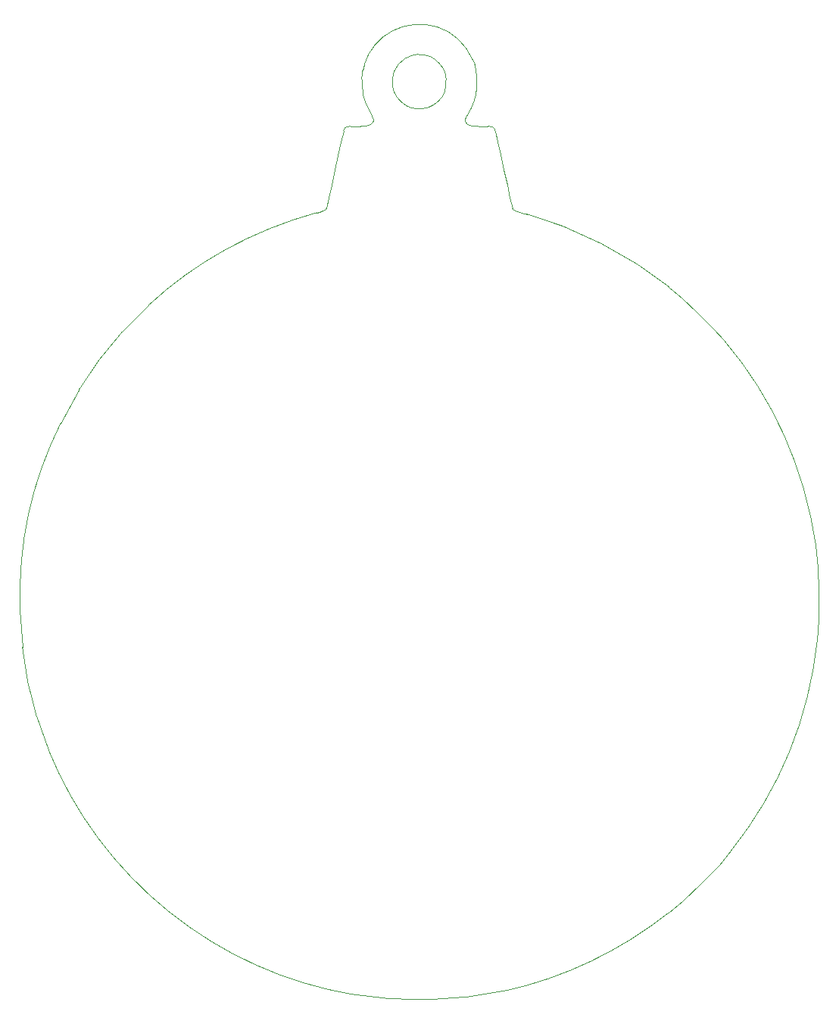
<source format=gm1>
%TF.GenerationSoftware,KiCad,Pcbnew,(5.1.10)-1*%
%TF.CreationDate,2022-08-20T19:05:30-07:00*%
%TF.ProjectId,IEEE_PCB_1,49454545-5f50-4434-925f-312e6b696361,1*%
%TF.SameCoordinates,Original*%
%TF.FileFunction,Profile,NP*%
%FSLAX46Y46*%
G04 Gerber Fmt 4.6, Leading zero omitted, Abs format (unit mm)*
G04 Created by KiCad (PCBNEW (5.1.10)-1) date 2022-08-20 19:05:30*
%MOMM*%
%LPD*%
G01*
G04 APERTURE LIST*
%TA.AperFunction,Profile*%
%ADD10C,0.004500*%
%TD*%
G04 APERTURE END LIST*
D10*
%TO.C,*%
X94020565Y-110182824D02*
X93747409Y-105989007D01*
X96949478Y-121673480D02*
X95585748Y-117847603D01*
X171913582Y-134474113D02*
X169945378Y-136494965D01*
X144761781Y-46052019D02*
X144777348Y-46991435D01*
X131459790Y-51923480D02*
X132114364Y-51911820D01*
X130725346Y-51933006D02*
X131459790Y-51923480D01*
X145309260Y-51923480D02*
X146056171Y-51932957D01*
X132688766Y-49885932D02*
X132351090Y-49175438D01*
X128287464Y-59894227D02*
X128602605Y-58478634D01*
X144339411Y-44449946D02*
X144581724Y-45037414D01*
X166303824Y-69867664D02*
X167701630Y-71067019D01*
X183050813Y-107070385D02*
X182902842Y-109373481D01*
X127281879Y-61485899D02*
X127598019Y-61382360D01*
X169498230Y-72766383D02*
X171253509Y-74525274D01*
X105174867Y-74918561D02*
X108178824Y-71884348D01*
X169945378Y-136494965D02*
X167901931Y-138458450D01*
X144141324Y-49841670D02*
X143685408Y-50766314D01*
X133281515Y-51153718D02*
X133123150Y-50790806D01*
X183061124Y-103990534D02*
X183050813Y-107070385D01*
X144777348Y-46991435D02*
X144762447Y-48017135D01*
X144643005Y-51912249D02*
X145309260Y-51923480D01*
X171253509Y-74525274D02*
X172524289Y-75923480D01*
X147163746Y-53670402D02*
X147488262Y-55128343D01*
X132061827Y-48134851D02*
X131993736Y-47391042D01*
X167701630Y-71067019D02*
X169498230Y-72766383D01*
X132924406Y-50362582D02*
X132688766Y-49885932D01*
X148956601Y-61289206D02*
X149363336Y-61424889D01*
X149363336Y-61424889D02*
X149849411Y-61576119D01*
X173256818Y-132923481D02*
X171913582Y-134474113D01*
X128001639Y-61134576D02*
X128287464Y-59894227D01*
X127598019Y-61382360D02*
X127858145Y-61287599D01*
X147488262Y-55128343D02*
X147844776Y-56804773D01*
X148515898Y-59888361D02*
X148803360Y-61131307D01*
X149849411Y-61576119D02*
X150403824Y-61735176D01*
X148198924Y-58469181D02*
X148515898Y-59888361D01*
X182960495Y-100945318D02*
X183061124Y-103990534D01*
X128602605Y-58478634D02*
X128954910Y-56818137D01*
X144535032Y-49023363D02*
X144141324Y-49841670D01*
X147844776Y-56804773D02*
X148198924Y-58469181D01*
X129634602Y-53687333D02*
X129922842Y-52441808D01*
X132075368Y-45650486D02*
X132235168Y-45051013D01*
X128954910Y-56818137D02*
X129310153Y-55144684D01*
X98281209Y-85148480D02*
X100327908Y-81414182D01*
X133123150Y-50790806D02*
X132924406Y-50362582D01*
X131993736Y-47391042D02*
X131967667Y-46686198D01*
X167901931Y-138458450D02*
X166303824Y-139830132D01*
X146875472Y-52422144D02*
X147163746Y-53670402D01*
X129310153Y-55144684D02*
X129634602Y-53687333D01*
X126928824Y-61588739D02*
X127281879Y-61485899D01*
X143613968Y-43191820D02*
G75*
G02*
X144339411Y-44449946I-6471640J-4569801D01*
G01*
X136055236Y-45003474D02*
G75*
G02*
X136801586Y-44348373I2439459J-2026547D01*
G01*
X143570509Y-51431926D02*
G75*
G02*
X143548141Y-51166278I420800J169197D01*
G01*
X144696712Y-48541254D02*
G75*
G02*
X144535032Y-49023363I-2389768J533272D01*
G01*
X144211729Y-51872728D02*
G75*
G02*
X143922531Y-51801996I243732J1623106D01*
G01*
X140533710Y-49119044D02*
G75*
G02*
X140008322Y-49532210I-2303137J2388077D01*
G01*
X143548140Y-51166278D02*
G75*
G02*
X143685408Y-50766314I1780342J-387476D01*
G01*
X133303824Y-51262967D02*
G75*
G02*
X133285507Y-51342773I-183015J0D01*
G01*
X143922531Y-51801996D02*
G75*
G02*
X143739538Y-51687766I155379J452602D01*
G01*
X144643004Y-51912248D02*
G75*
G02*
X144211728Y-51872728I126638J3754916D01*
G01*
X133281515Y-51153718D02*
G75*
G02*
X133303824Y-51262967I-256351J-109249D01*
G01*
X141367340Y-47330978D02*
G75*
G02*
X141238656Y-48092642I-5361132J514062D01*
G01*
X141048340Y-45440044D02*
G75*
G02*
X141267328Y-45889401I-1548522J-1032689D01*
G01*
X140401068Y-40825815D02*
G75*
G02*
X141620895Y-41358610I-1753742J-5677956D01*
G01*
X137456580Y-49862961D02*
G75*
G02*
X136916091Y-49618338I609560J2066220D01*
G01*
X141009401Y-48579313D02*
G75*
G02*
X140533711Y-49119044I-3558620J2656892D01*
G01*
X144762447Y-48017135D02*
G75*
G02*
X144696713Y-48541255I-2789366J83652D01*
G01*
X144581725Y-45037414D02*
G75*
G02*
X144705829Y-45502248I-2505846J-918012D01*
G01*
X146433450Y-51973056D02*
G75*
G02*
X146653274Y-52056594I-123909J-657050D01*
G01*
X140666605Y-44946797D02*
G75*
G02*
X141048341Y-45440044I-3302394J-2950148D01*
G01*
X129922843Y-52441808D02*
G75*
G02*
X130008406Y-52214919I905321J-211831D01*
G01*
X141238656Y-48092642D02*
G75*
G02*
X141009401Y-48579313I-1308346J318987D01*
G01*
X146056171Y-51932957D02*
G75*
G02*
X146433451Y-51973056I-59848J-2358032D01*
G01*
X135899212Y-48677941D02*
G75*
G02*
X135585993Y-48127990I2011765J1509950D01*
G01*
X131967667Y-46686199D02*
G75*
G02*
X131992002Y-46152778I4668022J54306D01*
G01*
X135557525Y-45846426D02*
G75*
G02*
X136055235Y-45003474I2863110J-1122075D01*
G01*
X144705828Y-45502248D02*
G75*
G02*
X144761781Y-46052019I-3937189J-678437D01*
G01*
X146653274Y-52056595D02*
G75*
G02*
X146793020Y-52203295I-195440J-326086D01*
G01*
X131992001Y-46152777D02*
G75*
G02*
X132075368Y-45650486I4109430J-423987D01*
G01*
X141267328Y-45889401D02*
G75*
G02*
X141386056Y-46527767I-2292530J-756606D01*
G01*
X141620896Y-41358609D02*
G75*
G02*
X142700925Y-42152637I-3057361J-5290135D01*
G01*
X141386056Y-46527768D02*
G75*
G02*
X141367340Y-47330978I-5554651J-272385D01*
G01*
X146793020Y-52203295D02*
G75*
G02*
X146875472Y-52422144I-788715J-422107D01*
G01*
X130361630Y-51973932D02*
G75*
G02*
X130725346Y-51933006I418902J-2086172D01*
G01*
X135371163Y-46775771D02*
G75*
G02*
X135557526Y-45846425I2712047J-60489D01*
G01*
X135415933Y-47508599D02*
G75*
G02*
X135371164Y-46775772I4365321J634464D01*
G01*
X133431749Y-42838185D02*
G75*
G02*
X135402697Y-41257767I4916255J-4111890D01*
G01*
X142700925Y-42152637D02*
G75*
G02*
X143613968Y-43191820I-4424664J-4808278D01*
G01*
X143739538Y-51687767D02*
G75*
G02*
X143570508Y-51431927I541557J541558D01*
G01*
X166303824Y-139830133D02*
G75*
G02*
X162112260Y-142784310I-28522584J36018841D01*
G01*
X182902842Y-109373481D02*
G75*
G02*
X181767410Y-115782207I-47162322J5050784D01*
G01*
X128001638Y-61134576D02*
G75*
G02*
X127943105Y-61235092I-191999J44506D01*
G01*
X127943105Y-61235091D02*
G75*
G02*
X127858145Y-61287599I-178727J194201D01*
G01*
X157615632Y-145254531D02*
G75*
G02*
X152915292Y-147188327I-19512428J40748168D01*
G01*
X93747408Y-105989007D02*
G75*
G02*
X93915522Y-100443942I49938151J1261072D01*
G01*
X148956601Y-61289206D02*
G75*
G02*
X148862802Y-61233373I85533J250402D01*
G01*
X162112259Y-142784310D02*
G75*
G02*
X157615631Y-145254531I-24377595J39047585D01*
G01*
X181366361Y-92445130D02*
G75*
G02*
X182744715Y-98789268I-47619412J-13667794D01*
G01*
X130903824Y-148967859D02*
G75*
G02*
X120083396Y-145670745I7383531J43634909D01*
G01*
X143885340Y-149247004D02*
G75*
G02*
X139502075Y-149557138I-5576928J47690897D01*
G01*
X121701644Y-63356637D02*
G75*
G02*
X126928824Y-61588739I18169000J-45109066D01*
G01*
X154524320Y-63126604D02*
G75*
G02*
X158739165Y-65043810I-18767091J-46849765D01*
G01*
X135122500Y-149464947D02*
G75*
G02*
X130903824Y-148967859I2824447J42120496D01*
G01*
X182744715Y-98789268D02*
G75*
G02*
X182960495Y-100945318I-22045997J-3295212D01*
G01*
X102512656Y-131546552D02*
G75*
G02*
X96949478Y-121673480I35692588J26615576D01*
G01*
X172524289Y-75923480D02*
G75*
G02*
X176237095Y-80970573I-33522816J-28549653D01*
G01*
X179777775Y-121859667D02*
G75*
G02*
X176935087Y-127579823I-40823219J16721070D01*
G01*
X94705679Y-95217119D02*
G75*
G02*
X96151670Y-90166449I39742607J-8645864D01*
G01*
X95585748Y-117847604D02*
G75*
G02*
X94621419Y-114076406I38003081J11726620D01*
G01*
X148862802Y-61233373D02*
G75*
G02*
X148803360Y-61131307I135983J147537D01*
G01*
X132828686Y-51796085D02*
G75*
G02*
X132538734Y-51870853I-535172J1475796D01*
G01*
X137707552Y-43963345D02*
G75*
G02*
X138181319Y-43902335I506918J-2066436D01*
G01*
X100327908Y-81414182D02*
G75*
G02*
X102591803Y-78049650I35593986J-21506228D01*
G01*
X120083396Y-145670745D02*
G75*
G02*
X110402630Y-139728675I18505590J41006082D01*
G01*
X140008322Y-49532209D02*
G75*
G02*
X139447935Y-49807487I-1539255J2425452D01*
G01*
X136916092Y-49618338D02*
G75*
G02*
X136373015Y-49202112I2014570J3190941D01*
G01*
X139447935Y-49807487D02*
G75*
G02*
X138868156Y-49938207I-806021J2223837D01*
G01*
X162761399Y-67339691D02*
G75*
G02*
X166303824Y-69867664I-21078974J-33283731D01*
G01*
X138868156Y-49938207D02*
G75*
G02*
X138076715Y-49963027I-588033J6119840D01*
G01*
X132351090Y-49175438D02*
G75*
G02*
X132166284Y-48661001I3415843J1517514D01*
G01*
X139762942Y-44205393D02*
G75*
G02*
X140210982Y-44503544I-1072975J-2098108D01*
G01*
X116796475Y-65681047D02*
G75*
G02*
X121701644Y-63356636I21920961J-39921614D01*
G01*
X138076716Y-49963027D02*
G75*
G02*
X137456581Y-49862961I82111J2480467D01*
G01*
X181767411Y-115782207D02*
G75*
G02*
X179777775Y-121859667I-42910065J10683460D01*
G01*
X108178824Y-71884348D02*
G75*
G02*
X112271300Y-68535018I28736836J-30938018D01*
G01*
X137849961Y-40550907D02*
G75*
G02*
X140401069Y-40825815I569327J-6691154D01*
G01*
X94621419Y-114076406D02*
G75*
G02*
X94020565Y-110182824I39993995J8164988D01*
G01*
X133285507Y-51342773D02*
G75*
G02*
X133223245Y-51451727I-831689J403005D01*
G01*
X133134494Y-51568139D02*
G75*
G02*
X133029512Y-51675232I-947000J823326D01*
G01*
X136801586Y-44348373D02*
G75*
G02*
X137707553Y-43963345I1636105J-2591358D01*
G01*
X135585993Y-48127989D02*
G75*
G02*
X135415933Y-47508598I2407290J993986D01*
G01*
X93915523Y-100443942D02*
G75*
G02*
X94705679Y-95217119I41064285J-3534690D01*
G01*
X138181320Y-43902334D02*
G75*
G02*
X138751818Y-43931353I67064J-4304012D01*
G01*
X110402630Y-139728675D02*
G75*
G02*
X102512657Y-131546553I28226046J35113400D01*
G01*
X133029513Y-51675233D02*
G75*
G02*
X132828686Y-51796085I-408235J451095D01*
G01*
X138751818Y-43931353D02*
G75*
G02*
X139314115Y-44035763I-504252J-4281958D01*
G01*
X132235168Y-45051013D02*
G75*
G02*
X133431749Y-42838185I6033333J-1832571D01*
G01*
X148115122Y-148539872D02*
G75*
G02*
X143885340Y-149247004I-9290121J42565830D01*
G01*
X132538734Y-51870854D02*
G75*
G02*
X132114364Y-51911820I-549715J3475971D01*
G01*
X176237096Y-80970573D02*
G75*
G02*
X179193217Y-86490321I-37137218J-23440429D01*
G01*
X132166284Y-48661002D02*
G75*
G02*
X132061827Y-48134851I3415916J951609D01*
G01*
X96151671Y-90166449D02*
G75*
G02*
X98281209Y-85148480I44364512J-15866670D01*
G01*
X130149337Y-52060944D02*
G75*
G02*
X130361630Y-51973932I331370J-506000D01*
G01*
X139314115Y-44035763D02*
G75*
G02*
X139762942Y-44205393I-533920J-2091309D01*
G01*
X133223244Y-51451727D02*
G75*
G02*
X133134494Y-51568139I-948747J631272D01*
G01*
X130008406Y-52214920D02*
G75*
G02*
X130149337Y-52060944I372224J-199207D01*
G01*
X152915292Y-147188327D02*
G75*
G02*
X148115122Y-148539872I-13730389J39565112D01*
G01*
X140210981Y-44503544D02*
G75*
G02*
X140666604Y-44946797I-2931418J-3469017D01*
G01*
X136373015Y-49202112D02*
G75*
G02*
X135899211Y-48677941I2631626J2854977D01*
G01*
X135402697Y-41257768D02*
G75*
G02*
X137849961Y-40550908I3000873J-5799674D01*
G01*
X102591804Y-78049650D02*
G75*
G02*
X105174867Y-74918561I33398055J-24921463D01*
G01*
X150403823Y-61735176D02*
G75*
G02*
X154524320Y-63126604I-10497661J-37884014D01*
G01*
X139502076Y-149557138D02*
G75*
G02*
X135122500Y-149464947I-1186414J47712132D01*
G01*
X112271300Y-68535018D02*
G75*
G02*
X116796475Y-65681047I25809603J-35908493D01*
G01*
X158739165Y-65043810D02*
G75*
G02*
X162761399Y-67339691I-22989665J-44947690D01*
G01*
X176935087Y-127579824D02*
G75*
G02*
X173256818Y-132923481I-40395332J23868060D01*
G01*
X179193216Y-86490321D02*
G75*
G02*
X181366361Y-92445130I-41128453J-18383332D01*
G01*
%TD*%
M02*

</source>
